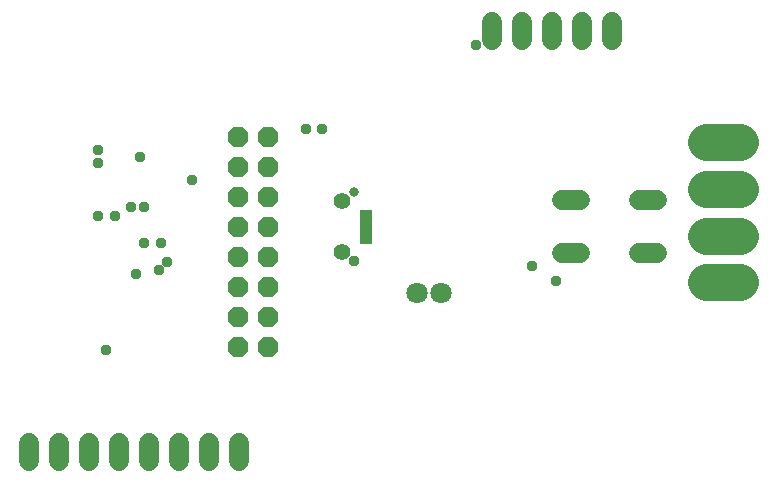
<source format=gbr>
G04 EAGLE Gerber X2 export*
%TF.Part,Single*%
%TF.FileFunction,Soldermask,Bot,1*%
%TF.FilePolarity,Negative*%
%TF.GenerationSoftware,Autodesk,EAGLE,9.0.0*%
%TF.CreationDate,2018-08-29T12:33:52Z*%
G75*
%MOMM*%
%FSLAX34Y34*%
%LPD*%
%AMOC8*
5,1,8,0,0,1.08239X$1,22.5*%
G01*
%ADD10C,1.727200*%
%ADD11P,1.869504X8X292.500000*%
%ADD12C,1.803200*%
%ADD13R,1.099481X3.001550*%
%ADD14C,1.411200*%
%ADD15C,0.803200*%
%ADD16C,0.953200*%
%ADD17C,0.703200*%
%ADD18C,3.098800*%
%ADD19C,0.959600*%


D10*
X624840Y264922D02*
X609600Y264922D01*
X609600Y310134D02*
X624840Y310134D01*
X559816Y264922D02*
X544576Y264922D01*
X544576Y310134D02*
X559816Y310134D01*
X92710Y104140D02*
X92710Y88900D01*
X118110Y88900D02*
X118110Y104140D01*
X143510Y104140D02*
X143510Y88900D01*
X168910Y88900D02*
X168910Y104140D01*
X194310Y104140D02*
X194310Y88900D01*
X219710Y88900D02*
X219710Y104140D01*
X245110Y104140D02*
X245110Y88900D01*
X270510Y88900D02*
X270510Y104140D01*
X485140Y445770D02*
X485140Y461010D01*
X510540Y461010D02*
X510540Y445770D01*
X535940Y445770D02*
X535940Y461010D01*
X561340Y461010D02*
X561340Y445770D01*
X586740Y445770D02*
X586740Y461010D01*
D11*
X270002Y363474D03*
X295402Y363474D03*
X270002Y338074D03*
X295402Y338074D03*
X270002Y312674D03*
X295402Y312674D03*
X270002Y287274D03*
X295402Y287274D03*
X270002Y261874D03*
X295402Y261874D03*
X270002Y236474D03*
X295402Y236474D03*
X270002Y211074D03*
X295402Y211074D03*
X270002Y185674D03*
X295402Y185674D03*
D12*
X441800Y231140D03*
X421800Y231140D03*
D13*
X378549Y287536D03*
D14*
X357546Y309028D03*
X357546Y266028D03*
D15*
X368046Y316778D03*
D16*
X368046Y258278D03*
D17*
X378546Y287528D03*
D18*
X666242Y359156D02*
X695198Y359156D01*
X695198Y319532D02*
X666242Y319532D01*
X666242Y279908D02*
X695198Y279908D01*
X695198Y240284D02*
X666242Y240284D01*
D19*
X151130Y296926D03*
X183134Y247142D03*
X151130Y341376D03*
X519176Y254254D03*
X538734Y241808D03*
X165354Y296926D03*
X202692Y250698D03*
X151130Y352044D03*
X341376Y369824D03*
X327152Y369824D03*
X158242Y183134D03*
X471170Y440944D03*
X179578Y304038D03*
X186690Y346710D03*
X231140Y327152D03*
X209804Y257810D03*
X204470Y273812D03*
X190246Y273812D03*
X190246Y304038D03*
M02*

</source>
